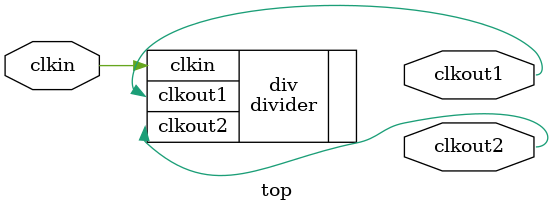
<source format=v>
module top(
  input clkin,
  output clkout1,
  output clkout2
);

  // tmrg default triplicate
  // tmrg do_not_triplicate clkout2

  divider div(
    .clkin(clkin),
    .clkout1(clkout1),
    .clkout2(clkout2)
  );

endmodule

</source>
